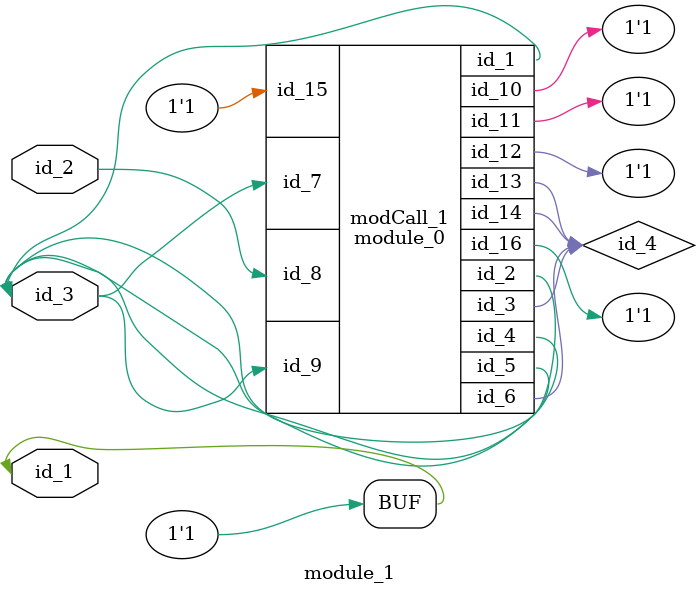
<source format=v>
module module_0 (
    id_1,
    id_2,
    id_3,
    id_4,
    id_5,
    id_6,
    id_7,
    id_8,
    id_9,
    id_10,
    id_11,
    id_12,
    id_13,
    id_14,
    id_15,
    id_16
);
  output wire id_16;
  input wire id_15;
  inout wire id_14;
  output wire id_13;
  inout wire id_12;
  output wire id_11;
  inout wire id_10;
  input wire id_9;
  input wire id_8;
  input wire id_7;
  inout wire id_6;
  output wire id_5;
  output wire id_4;
  inout wire id_3;
  inout wire id_2;
  output wire id_1;
  wire id_17;
  wire id_18 = id_18, id_19;
  wire id_20;
  wire id_21;
endmodule
module module_1 (
    id_1,
    id_2,
    id_3
);
  inout wire id_3;
  input wire id_2;
  inout wire id_1;
  assign id_1 = 1;
  wire id_4;
  module_0 modCall_1 (
      id_3,
      id_3,
      id_4,
      id_3,
      id_3,
      id_4,
      id_3,
      id_2,
      id_3,
      id_1,
      id_1,
      id_1,
      id_4,
      id_4,
      id_1,
      id_1
  );
  wire id_5;
  or primCall (id_1, id_3, id_2, id_4);
endmodule

</source>
